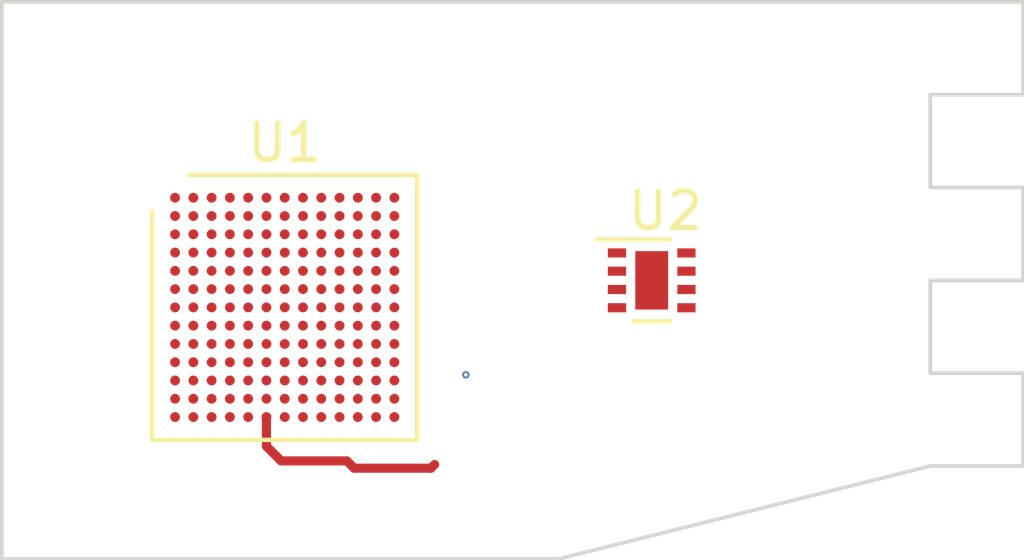
<source format=kicad_pcb>
(kicad_pcb (version 20211014) (generator pcbnew)
  (layers (0 "F.Cu" signal) (1 "In1.Cu" signal) (2 "In2.Cu" signal) (31 "B.Cu" signal) (34 "B.Paste" user) (35 "F.Paste" user) (36 "B.SilkS" user "B.Silkscreen") (37 "F.SilkS" user "F.Silkscreen") (38 "B.Mask" user) (39 "F.Mask" user) (44 "Edge.Cuts" user))
  (net 0 "")
  (net 3 "+3V3")
  (net 7 "GND")
  (net 138 "unconnected-(U1-PadN6)")
  (footprint "Package_SON:WSON-8-1EP_2x2mm_P0.5mm_EP0.9x1.6mm" (layer "F.Cu") (at 66.04 48.26)
    (fp_text reference "U2" (at 0.38 -1.9) (layer "F.SilkS"))
    (fp_text value "DRV8231DSGR")
    (fp_line (start 0.5 1.12) (end -0.5 1.12) (layer "F.SilkS") (width 0.12))
    (fp_line (start -1.5 -1.12) (end 0.5 -1.12) (layer "F.SilkS") (width 0.12))
    (pad "1" smd rect (at -0.95 -0.75) (size 0.5 0.25) (layers "F.Cu" "F.Paste" "F.Mask"))
    (pad "2" smd rect (at -0.95 -0.25) (size 0.5 0.25) (layers "F.Cu" "F.Paste" "F.Mask"))
    (pad "3" smd rect (at -0.95 0.25) (size 0.5 0.25) (layers "F.Cu" "F.Paste" "F.Mask"))
    (pad "4" smd rect (at -0.95 0.75) (size 0.5 0.25) (layers "F.Cu" "F.Paste" "F.Mask"))
    (pad "5" smd rect (at 0.95 0.75) (size 0.5 0.25) (layers "F.Cu" "F.Paste" "F.Mask"))
    (pad "6" smd rect (at 0.95 0.25) (size 0.5 0.25) (layers "F.Cu" "F.Paste" "F.Mask"))
    (pad "7" smd rect (at 0.95 -0.25) (size 0.5 0.25) (layers "F.Cu" "F.Paste" "F.Mask"))
    (pad "8" smd rect (at 0.95 -0.75) (size 0.5 0.25) (layers "F.Cu" "F.Paste" "F.Mask"))
    (pad "9" smd rect (at 0 0) (size 0.9 1.6) (layers "F.Cu" "F.Mask"))
  )
  (footprint "Package_BGA:UFBGA-169_7x7mm_Layout13x13_P0.5mm" (layer "F.Cu") (at 56 49)
    (fp_text reference "U1" (at 0 -4.5) (layer "F.SilkS"))
    (fp_text value "STM32L4R9AIIx")
    (fp_line (start -3.625 3.625) (end -3.625 -2.625) (layer "F.SilkS") (width 0.12))
    (fp_line (start -2.625 -3.625) (end 3.625 -3.625) (layer "F.SilkS") (width 0.12))
    (fp_line (start 3.625 -3.625) (end 3.625 3.625) (layer "F.SilkS") (width 0.12))
    (fp_line (start 3.625 3.625) (end -3.625 3.625) (layer "F.SilkS") (width 0.12))
    (pad "A1" smd circle (at -3 -3) (size 0.27 0.27) (layers "F.Cu" "F.Paste" "F.Mask"))
    (pad "A2" smd circle (at -2.5 -3) (size 0.27 0.27) (layers "F.Cu" "F.Paste" "F.Mask"))
    (pad "A3" smd circle (at -2 -3) (size 0.27 0.27) (layers "F.Cu" "F.Paste" "F.Mask") (net 3 "+3V3"))
    (pad "A4" smd circle (at -1.5 -3) (size 0.27 0.27) (layers "F.Cu" "F.Paste" "F.Mask"))
    (pad "A5" smd circle (at -1 -3) (size 0.27 0.27) (layers "F.Cu" "F.Paste" "F.Mask"))
    (pad "A6" smd circle (at -0.5 -3) (size 0.27 0.27) (layers "F.Cu" "F.Paste" "F.Mask"))
    (pad "A7" smd circle (at 0 -3) (size 0.27 0.27) (layers "F.Cu" "F.Paste" "F.Mask") (net 7 "GND"))
    (pad "A8" smd circle (at 0.5 -3) (size 0.27 0.27) (layers "F.Cu" "F.Paste" "F.Mask") (net 3 "+3V3"))
    (pad "A9" smd circle (at 1 -3) (size 0.27 0.27) (layers "F.Cu" "F.Paste" "F.Mask"))
    (pad "A10" smd circle (at 1.5 -3) (size 0.27 0.27) (layers "F.Cu" "F.Paste" "F.Mask"))
    (pad "A11" smd circle (at 2 -3) (size 0.27 0.27) (layers "F.Cu" "F.Paste" "F.Mask"))
    (pad "A12" smd circle (at 2.5 -3) (size 0.27 0.27) (layers "F.Cu" "F.Paste" "F.Mask"))
    (pad "A13" smd circle (at 3 -3) (size 0.27 0.27) (layers "F.Cu" "F.Paste" "F.Mask"))
    (pad "B1" smd circle (at -3 -2.5) (size 0.27 0.27) (layers "F.Cu" "F.Paste" "F.Mask"))
    (pad "B2" smd circle (at -2.5 -2.5) (size 0.27 0.27) (layers "F.Cu" "F.Paste" "F.Mask"))
    (pad "B3" smd circle (at -2 -2.5) (size 0.27 0.27) (layers "F.Cu" "F.Paste" "F.Mask") (net 7 "GND"))
    (pad "B4" smd circle (at -1.5 -2.5) (size 0.27 0.27) (layers "F.Cu" "F.Paste" "F.Mask"))
    (pad "B5" smd circle (at -1 -2.5) (size 0.27 0.27) (layers "F.Cu" "F.Paste" "F.Mask"))
    (pad "B6" smd circle (at -0.5 -2.5) (size 0.27 0.27) (layers "F.Cu" "F.Paste" "F.Mask") (net 3 "+3V3"))
    (pad "B7" smd circle (at 0 -2.5) (size 0.27 0.27) (layers "F.Cu" "F.Paste" "F.Mask"))
    (pad "B8" smd circle (at 0.5 -2.5) (size 0.27 0.27) (layers "F.Cu" "F.Paste" "F.Mask"))
    (pad "B9" smd circle (at 1 -2.5) (size 0.27 0.27) (layers "F.Cu" "F.Paste" "F.Mask"))
    (pad "B10" smd circle (at 1.5 -2.5) (size 0.27 0.27) (layers "F.Cu" "F.Paste" "F.Mask"))
    (pad "B11" smd circle (at 2 -2.5) (size 0.27 0.27) (layers "F.Cu" "F.Paste" "F.Mask"))
    (pad "B12" smd circle (at 2.5 -2.5) (size 0.27 0.27) (layers "F.Cu" "F.Paste" "F.Mask"))
    (pad "B13" smd circle (at 3 -2.5) (size 0.27 0.27) (layers "F.Cu" "F.Paste" "F.Mask"))
    (pad "C1" smd circle (at -3 -2) (size 0.27 0.27) (layers "F.Cu" "F.Paste" "F.Mask") (net 3 "+3V3"))
    (pad "C2" smd circle (at -2.5 -2) (size 0.27 0.27) (layers "F.Cu" "F.Paste" "F.Mask") (net 7 "GND"))
    (pad "C3" smd circle (at -2 -2) (size 0.27 0.27) (layers "F.Cu" "F.Paste" "F.Mask"))
    (pad "C4" smd circle (at -1.5 -2) (size 0.27 0.27) (layers "F.Cu" "F.Paste" "F.Mask"))
    (pad "C5" smd circle (at -1 -2) (size 0.27 0.27) (layers "F.Cu" "F.Paste" "F.Mask"))
    (pad "C6" smd circle (at -0.5 -2) (size 0.27 0.27) (layers "F.Cu" "F.Paste" "F.Mask"))
    (pad "C7" smd circle (at 0 -2) (size 0.27 0.27) (layers "F.Cu" "F.Paste" "F.Mask"))
    (pad "C8" smd circle (at 0.5 -2) (size 0.27 0.27) (layers "F.Cu" "F.Paste" "F.Mask"))
    (pad "C9" smd circle (at 1 -2) (size 0.27 0.27) (layers "F.Cu" "F.Paste" "F.Mask"))
    (pad "C10" smd circle (at 1.5 -2) (size 0.27 0.27) (layers "F.Cu" "F.Paste" "F.Mask"))
    (pad "C11" smd circle (at 2 -2) (size 0.27 0.27) (layers "F.Cu" "F.Paste" "F.Mask"))
    (pad "C12" smd circle (at 2.5 -2) (size 0.27 0.27) (layers "F.Cu" "F.Paste" "F.Mask") (net 7 "GND"))
    (pad "C13" smd circle (at 3 -2) (size 0.27 0.27) (layers "F.Cu" "F.Paste" "F.Mask") (net 3 "+3V3"))
    (pad "D1" smd circle (at -3 -1.5) (size 0.27 0.27) (layers "F.Cu" "F.Paste" "F.Mask"))
    (pad "D2" smd circle (at -2.5 -1.5) (size 0.27 0.27) (layers "F.Cu" "F.Paste" "F.Mask"))
    (pad "D3" smd circle (at -2 -1.5) (size 0.27 0.27) (layers "F.Cu" "F.Paste" "F.Mask"))
    (pad "D4" smd circle (at -1.5 -1.5) (size 0.27 0.27) (layers "F.Cu" "F.Paste" "F.Mask"))
    (pad "D5" smd circle (at -1 -1.5) (size 0.27 0.27) (layers "F.Cu" "F.Paste" "F.Mask"))
    (pad "D6" smd circle (at -0.5 -1.5) (size 0.27 0.27) (layers "F.Cu" "F.Paste" "F.Mask"))
    (pad "D7" smd circle (at 0 -1.5) (size 0.27 0.27) (layers "F.Cu" "F.Paste" "F.Mask"))
    (pad "D8" smd circle (at 0.5 -1.5) (size 0.27 0.27) (layers "F.Cu" "F.Paste" "F.Mask"))
    (pad "D9" smd circle (at 1 -1.5) (size 0.27 0.27) (layers "F.Cu" "F.Paste" "F.Mask"))
    (pad "D10" smd circle (at 1.5 -1.5) (size 0.27 0.27) (layers "F.Cu" "F.Paste" "F.Mask"))
    (pad "D11" smd circle (at 2 -1.5) (size 0.27 0.27) (layers "F.Cu" "F.Paste" "F.Mask"))
    (pad "D12" smd circle (at 2.5 -1.5) (size 0.27 0.27) (layers "F.Cu" "F.Paste" "F.Mask"))
    (pad "D13" smd circle (at 3 -1.5) (size 0.27 0.27) (layers "F.Cu" "F.Paste" "F.Mask"))
    (pad "E1" smd circle (at -3 -1) (size 0.27 0.27) (layers "F.Cu" "F.Paste" "F.Mask"))
    (pad "E2" smd circle (at -2.5 -1) (size 0.27 0.27) (layers "F.Cu" "F.Paste" "F.Mask") (net 3 "+3V3"))
    (pad "E3" smd circle (at -2 -1) (size 0.27 0.27) (layers "F.Cu" "F.Paste" "F.Mask"))
    (pad "E4" smd circle (at -1.5 -1) (size 0.27 0.27) (layers "F.Cu" "F.Paste" "F.Mask"))
    (pad "E5" smd circle (at -1 -1) (size 0.27 0.27) (layers "F.Cu" "F.Paste" "F.Mask"))
    (pad "E6" smd circle (at -0.5 -1) (size 0.27 0.27) (layers "F.Cu" "F.Paste" "F.Mask"))
    (pad "E7" smd circle (at 0 -1) (size 0.27 0.27) (layers "F.Cu" "F.Paste" "F.Mask"))
    (pad "E8" smd circle (at 0.5 -1) (size 0.27 0.27) (layers "F.Cu" "F.Paste" "F.Mask"))
    (pad "E9" smd circle (at 1 -1) (size 0.27 0.27) (layers "F.Cu" "F.Paste" "F.Mask"))
    (pad "E10" smd circle (at 1.5 -1) (size 0.27 0.27) (layers "F.Cu" "F.Paste" "F.Mask"))
    (pad "E11" smd circle (at 2 -1) (size 0.27 0.27) (layers "F.Cu" "F.Paste" "F.Mask"))
    (pad "E12" smd circle (at 2.5 -1) (size 0.27 0.27) (layers "F.Cu" "F.Paste" "F.Mask"))
    (pad "E13" smd circle (at 3 -1) (size 0.27 0.27) (layers "F.Cu" "F.Paste" "F.Mask"))
    (pad "F1" smd circle (at -3 -0.5) (size 0.27 0.27) (layers "F.Cu" "F.Paste" "F.Mask"))
    (pad "F2" smd circle (at -2.5 -0.5) (size 0.27 0.27) (layers "F.Cu" "F.Paste" "F.Mask") (net 7 "GND"))
    (pad "F3" smd circle (at -2 -0.5) (size 0.27 0.27) (layers "F.Cu" "F.Paste" "F.Mask"))
    (pad "F4" smd circle (at -1.5 -0.5) (size 0.27 0.27) (layers "F.Cu" "F.Paste" "F.Mask"))
    (pad "F5" smd circle (at -1 -0.5) (size 0.27 0.27) (layers "F.Cu" "F.Paste" "F.Mask"))
    (pad "F6" smd circle (at -0.5 -0.5) (size 0.27 0.27) (layers "F.Cu" "F.Paste" "F.Mask"))
    (pad "F7" smd circle (at 0 -0.5) (size 0.27 0.27) (layers "F.Cu" "F.Paste" "F.Mask"))
    (pad "F8" smd circle (at 0.5 -0.5) (size 0.27 0.27) (layers "F.Cu" "F.Paste" "F.Mask"))
    (pad "F9" smd circle (at 1 -0.5) (size 0.27 0.27) (layers "F.Cu" "F.Paste" "F.Mask"))
    (pad "F10" smd circle (at 1.5 -0.5) (size 0.27 0.27) (layers "F.Cu" "F.Paste" "F.Mask"))
    (pad "F11" smd circle (at 2 -0.5) (size 0.27 0.27) (layers "F.Cu" "F.Paste" "F.Mask"))
    (pad "F12" smd circle (at 2.5 -0.5) (size 0.27 0.27) (layers "F.Cu" "F.Paste" "F.Mask") (net 3 "+3V3"))
    (pad "F13" smd circle (at 3 -0.5) (size 0.27 0.27) (layers "F.Cu" "F.Paste" "F.Mask") (net 7 "GND"))
    (pad "G1" smd circle (at -3 0) (size 0.27 0.27) (layers "F.Cu" "F.Paste" "F.Mask"))
    (pad "G2" smd circle (at -2.5 0) (size 0.27 0.27) (layers "F.Cu" "F.Paste" "F.Mask") (net 3 "+3V3"))
    (pad "G3" smd circle (at -2 0) (size 0.27 0.27) (layers "F.Cu" "F.Paste" "F.Mask"))
    (pad "G4" smd circle (at -1.5 0) (size 0.27 0.27) (layers "F.Cu" "F.Paste" "F.Mask"))
    (pad "G5" smd circle (at -1 0) (size 0.27 0.27) (layers "F.Cu" "F.Paste" "F.Mask"))
    (pad "G6" smd circle (at -0.5 0) (size 0.27 0.27) (layers "F.Cu" "F.Paste" "F.Mask"))
    (pad "G7" smd circle (at 0 0) (size 0.27 0.27) (layers "F.Cu" "F.Paste" "F.Mask"))
    (pad "G8" smd circle (at 0.5 0) (size 0.27 0.27) (layers "F.Cu" "F.Paste" "F.Mask"))
    (pad "G9" smd circle (at 1 0) (size 0.27 0.27) (layers "F.Cu" "F.Paste" "F.Mask"))
    (pad "G10" smd circle (at 1.5 0) (size 0.27 0.27) (layers "F.Cu" "F.Paste" "F.Mask"))
    (pad "G11" smd circle (at 2 0) (size 0.27 0.27) (layers "F.Cu" "F.Paste" "F.Mask"))
    (pad "G12" smd circle (at 2.5 0) (size 0.27 0.27) (layers "F.Cu" "F.Paste" "F.Mask"))
    (pad "G13" smd circle (at 3 0) (size 0.27 0.27) (layers "F.Cu" "F.Paste" "F.Mask"))
    (pad "H1" smd circle (at -3 0.5) (size 0.27 0.27) (layers "F.Cu" "F.Paste" "F.Mask"))
    (pad "H2" smd circle (at -2.5 0.5) (size 0.27 0.27) (layers "F.Cu" "F.Paste" "F.Mask") (net 7 "GND"))
    (pad "H3" smd circle (at -2 0.5) (size 0.27 0.27) (layers "F.Cu" "F.Paste" "F.Mask"))
    (pad "H4" smd circle (at -1.5 0.5) (size 0.27 0.27) (layers "F.Cu" "F.Paste" "F.Mask"))
    (pad "H5" smd circle (at -1 0.5) (size 0.27 0.27) (layers "F.Cu" "F.Paste" "F.Mask"))
    (pad "H6" smd circle (at -0.5 0.5) (size 0.27 0.27) (layers "F.Cu" "F.Paste" "F.Mask"))
    (pad "H7" smd circle (at 0 0.5) (size 0.27 0.27) (layers "F.Cu" "F.Paste" "F.Mask"))
    (pad "H8" smd circle (at 0.5 0.5) (size 0.27 0.27) (layers "F.Cu" "F.Paste" "F.Mask"))
    (pad "H9" smd circle (at 1 0.5) (size 0.27 0.27) (layers "F.Cu" "F.Paste" "F.Mask"))
    (pad "H10" smd circle (at 1.5 0.5) (size 0.27 0.27) (layers "F.Cu" "F.Paste" "F.Mask"))
    (pad "H11" smd circle (at 2 0.5) (size 0.27 0.27) (layers "F.Cu" "F.Paste" "F.Mask"))
    (pad "H12" smd circle (at 2.5 0.5) (size 0.27 0.27) (layers "F.Cu" "F.Paste" "F.Mask") (net 7 "GND"))
    (pad "H13" smd circle (at 3 0.5) (size 0.27 0.27) (layers "F.Cu" "F.Paste" "F.Mask") (net 3 "+3V3"))
    (pad "J1" smd circle (at -3 1) (size 0.27 0.27) (layers "F.Cu" "F.Paste" "F.Mask"))
    (pad "J2" smd circle (at -2.5 1) (size 0.27 0.27) (layers "F.Cu" "F.Paste" "F.Mask"))
    (pad "J3" smd circle (at -2 1) (size 0.27 0.27) (layers "F.Cu" "F.Paste" "F.Mask"))
    (pad "J4" smd circle (at -1.5 1) (size 0.27 0.27) (layers "F.Cu" "F.Paste" "F.Mask"))
    (pad "J5" smd circle (at -1 1) (size 0.27 0.27) (layers "F.Cu" "F.Paste" "F.Mask"))
    (pad "J6" smd circle (at -0.5 1) (size 0.27 0.27) (layers "F.Cu" "F.Paste" "F.Mask"))
    (pad "J7" smd circle (at 0 1) (size 0.27 0.27) (layers "F.Cu" "F.Paste" "F.Mask"))
    (pad "J8" smd circle (at 0.5 1) (size 0.27 0.27) (layers "F.Cu" "F.Paste" "F.Mask"))
    (pad "J9" smd circle (at 1 1) (size 0.27 0.27) (layers "F.Cu" "F.Paste" "F.Mask"))
    (pad "J10" smd circle (at 1.5 1) (size 0.27 0.27) (layers "F.Cu" "F.Paste" "F.Mask"))
    (pad "J11" smd circle (at 2 1) (size 0.27 0.27) (layers "F.Cu" "F.Paste" "F.Mask"))
    (pad "J12" smd circle (at 2.5 1) (size 0.27 0.27) (layers "F.Cu" "F.Paste" "F.Mask"))
    (pad "J13" smd circle (at 3 1) (size 0.27 0.27) (layers "F.Cu" "F.Paste" "F.Mask") (net 7 "GND"))
    (pad "K1" smd circle (at -3 1.5) (size 0.27 0.27) (layers "F.Cu" "F.Paste" "F.Mask"))
    (pad "K2" smd circle (at -2.5 1.5) (size 0.27 0.27) (layers "F.Cu" "F.Paste" "F.Mask") (net 7 "GND"))
    (pad "K3" smd circle (at -2 1.5) (size 0.27 0.27) (layers "F.Cu" "F.Paste" "F.Mask"))
    (pad "K4" smd circle (at -1.5 1.5) (size 0.27 0.27) (layers "F.Cu" "F.Paste" "F.Mask"))
    (pad "K5" smd circle (at -1 1.5) (size 0.27 0.27) (layers "F.Cu" "F.Paste" "F.Mask"))
    (pad "K6" smd circle (at -0.5 1.5) (size 0.27 0.27) (layers "F.Cu" "F.Paste" "F.Mask"))
    (pad "K7" smd circle (at 0 1.5) (size 0.27 0.27) (layers "F.Cu" "F.Paste" "F.Mask"))
    (pad "K8" smd circle (at 0.5 1.5) (size 0.27 0.27) (layers "F.Cu" "F.Paste" "F.Mask"))
    (pad "K9" smd circle (at 1 1.5) (size 0.27 0.27) (layers "F.Cu" "F.Paste" "F.Mask"))
    (pad "K10" smd circle (at 1.5 1.5) (size 0.27 0.27) (layers "F.Cu" "F.Paste" "F.Mask"))
    (pad "K11" smd circle (at 2 1.5) (size 0.27 0.27) (layers "F.Cu" "F.Paste" "F.Mask"))
    (pad "K12" smd circle (at 2.5 1.5) (size 0.27 0.27) (layers "F.Cu" "F.Paste" "F.Mask"))
    (pad "K13" smd circle (at 3 1.5) (size 0.27 0.27) (layers "F.Cu" "F.Paste" "F.Mask") (net 7 "GND"))
    (pad "L1" smd circle (at -3 2) (size 0.27 0.27) (layers "F.Cu" "F.Paste" "F.Mask"))
    (pad "L2" smd circle (at -2.5 2) (size 0.27 0.27) (layers "F.Cu" "F.Paste" "F.Mask") (net 3 "+3V3"))
    (pad "L3" smd circle (at -2 2) (size 0.27 0.27) (layers "F.Cu" "F.Paste" "F.Mask"))
    (pad "L4" smd circle (at -1.5 2) (size 0.27 0.27) (layers "F.Cu" "F.Paste" "F.Mask"))
    (pad "L5" smd circle (at -1 2) (size 0.27 0.27) (layers "F.Cu" "F.Paste" "F.Mask"))
    (pad "L6" smd circle (at -0.5 2) (size 0.27 0.27) (layers "F.Cu" "F.Paste" "F.Mask"))
    (pad "L7" smd circle (at 0 2) (size 0.27 0.27) (layers "F.Cu" "F.Paste" "F.Mask"))
    (pad "L8" smd circle (at 0.5 2) (size 0.27 0.27) (layers "F.Cu" "F.Paste" "F.Mask"))
    (pad "L9" smd circle (at 1 2) (size 0.27 0.27) (layers "F.Cu" "F.Paste" "F.Mask"))
    (pad "L10" smd circle (at 1.5 2) (size 0.27 0.27) (layers "F.Cu" "F.Paste" "F.Mask"))
    (pad "L11" smd circle (at 2 2) (size 0.27 0.27) (layers "F.Cu" "F.Paste" "F.Mask"))
    (pad "L12" smd circle (at 2.5 2) (size 0.27 0.27) (layers "F.Cu" "F.Paste" "F.Mask"))
    (pad "L13" smd circle (at 3 2) (size 0.27 0.27) (layers "F.Cu" "F.Paste" "F.Mask"))
    (pad "M1" smd circle (at -3 2.5) (size 0.27 0.27) (layers "F.Cu" "F.Paste" "F.Mask"))
    (pad "M2" smd circle (at -2.5 2.5) (size 0.27 0.27) (layers "F.Cu" "F.Paste" "F.Mask"))
    (pad "M3" smd circle (at -2 2.5) (size 0.27 0.27) (layers "F.Cu" "F.Paste" "F.Mask") (net 7 "GND"))
    (pad "M4" smd circle (at -1.5 2.5) (size 0.27 0.27) (layers "F.Cu" "F.Paste" "F.Mask"))
    (pad "M5" smd circle (at -1 2.5) (size 0.27 0.27) (layers "F.Cu" "F.Paste" "F.Mask"))
    (pad "M6" smd circle (at -0.5 2.5) (size 0.27 0.27) (layers "F.Cu" "F.Paste" "F.Mask"))
    (pad "M7" smd circle (at 0 2.5) (size 0.27 0.27) (layers "F.Cu" "F.Paste" "F.Mask") (net 7 "GND"))
    (pad "M8" smd circle (at 0.5 2.5) (size 0.27 0.27) (layers "F.Cu" "F.Paste" "F.Mask"))
    (pad "M9" smd circle (at 1 2.5) (size 0.27 0.27) (layers "F.Cu" "F.Paste" "F.Mask"))
    (pad "M10" smd circle (at 1.5 2.5) (size 0.27 0.27) (layers "F.Cu" "F.Paste" "F.Mask"))
    (pad "M11" smd circle (at 2 2.5) (size 0.27 0.27) (layers "F.Cu" "F.Paste" "F.Mask") (net 7 "GND"))
    (pad "M12" smd circle (at 2.5 2.5) (size 0.27 0.27) (layers "F.Cu" "F.Paste" "F.Mask"))
    (pad "M13" smd circle (at 3 2.5) (size 0.27 0.27) (layers "F.Cu" "F.Paste" "F.Mask") (net 3 "+3V3"))
    (pad "N1" smd circle (at -3 3) (size 0.27 0.27) (layers "F.Cu" "F.Paste" "F.Mask"))
    (pad "N2" smd circle (at -2.5 3) (size 0.27 0.27) (layers "F.Cu" "F.Paste" "F.Mask"))
    (pad "N3" smd circle (at -2 3) (size 0.27 0.27) (layers "F.Cu" "F.Paste" "F.Mask") (net 3 "+3V3"))
    (pad "N4" smd circle (at -1.5 3) (size 0.27 0.27) (layers "F.Cu" "F.Paste" "F.Mask"))
    (pad "N5" smd circle (at -1 3) (size 0.27 0.27) (layers "F.Cu" "F.Paste" "F.Mask"))
    (pad "N6" smd circle (at -0.5 3) (size 0.27 0.27) (layers "F.Cu" "F.Paste" "F.Mask") (net 138 "unconnected-(U1-PadN6)"))
    (pad "N7" smd circle (at 0 3) (size 0.27 0.27) (layers "F.Cu" "F.Paste" "F.Mask") (net 3 "+3V3"))
    (pad "N8" smd circle (at 0.5 3) (size 0.27 0.27) (layers "F.Cu" "F.Paste" "F.Mask"))
    (pad "N9" smd circle (at 1 3) (size 0.27 0.27) (layers "F.Cu" "F.Paste" "F.Mask"))
    (pad "N10" smd circle (at 1.5 3) (size 0.27 0.27) (layers "F.Cu" "F.Paste" "F.Mask"))
    (pad "N11" smd circle (at 2 3) (size 0.27 0.27) (layers "F.Cu" "F.Paste" "F.Mask") (net 3 "+3V3"))
    (pad "N12" smd circle (at 2.5 3) (size 0.27 0.27) (layers "F.Cu" "F.Paste" "F.Mask"))
    (pad "N13" smd circle (at 3 3) (size 0.27 0.27) (layers "F.Cu" "F.Paste" "F.Mask"))
  )
  (gr_line (start 76.2 43.18) (end 73.66 43.18) (layer "Edge.Cuts") (width 0.1))
  (gr_line (start 76.2 53.34) (end 73.66 53.34) (layer "Edge.Cuts") (width 0.1))
  (gr_line (start 76.2 48.26) (end 73.66 48.26) (layer "Edge.Cuts") (width 0.1))
  (gr_line (start 73.66 43.18) (end 73.66 45.72) (layer "Edge.Cuts") (width 0.1))
  (gr_line (start 76.2 45.72) (end 76.2 48.26) (layer "Edge.Cuts") (width 0.1))
  (gr_line (start 48.26 40.64) (end 76.2 40.64) (layer "Edge.Cuts") (width 0.1))
  (gr_line (start 73.66 53.34) (end 63.5 55.88) (layer "Edge.Cuts") (width 0.1))
  (gr_line (start 76.2 40.64) (end 76.2 43.18) (layer "Edge.Cuts") (width 0.1))
  (gr_line (start 63.5 55.88) (end 48.26 55.88) (layer "Edge.Cuts") (width 0.1))
  (gr_line (start 48.26 55.88) (end 48.26 40.64) (layer "Edge.Cuts") (width 0.1))
  (gr_line (start 73.66 50.8) (end 76.2 50.8) (layer "Edge.Cuts") (width 0.1))
  (gr_line (start 73.66 45.72) (end 76.2 45.72) (layer "Edge.Cuts") (width 0.1))
  (gr_line (start 76.2 50.8) (end 76.2 53.34) (layer "Edge.Cuts") (width 0.1))
  (gr_line (start 73.66 48.26) (end 73.66 50.8) (layer "Edge.Cuts") (width 0.1))
  (via (at 60.954492 50.844929) (size 0.2) (drill 0.1) (layers "F.Cu" "B.Cu") (net 0))
  (segment (start 60 53.4) (end 60.1 53.3) (width 0.25) (layer "F.Cu") (net 138))
  (segment (start 55.9 53.2) (end 56.7 53.2) (width 0.25) (layer "F.Cu") (net 138))
  (segment (start 55.5 52) (end 55.5 52.8) (width 0.25) (layer "F.Cu") (net 138))
  (segment (start 56.7 53.2) (end 57.7 53.2) (width 0.25) (layer "F.Cu") (net 138))
  (segment (start 57.9 53.4) (end 60 53.4) (width 0.25) (layer "F.Cu") (net 138))
  (segment (start 55.5 52.8) (end 55.9 53.2) (width 0.25) (layer "F.Cu") (net 138))
  (segment (start 57.7 53.2) (end 57.9 53.4) (width 0.25) (layer "F.Cu") (net 138))
)
</source>
